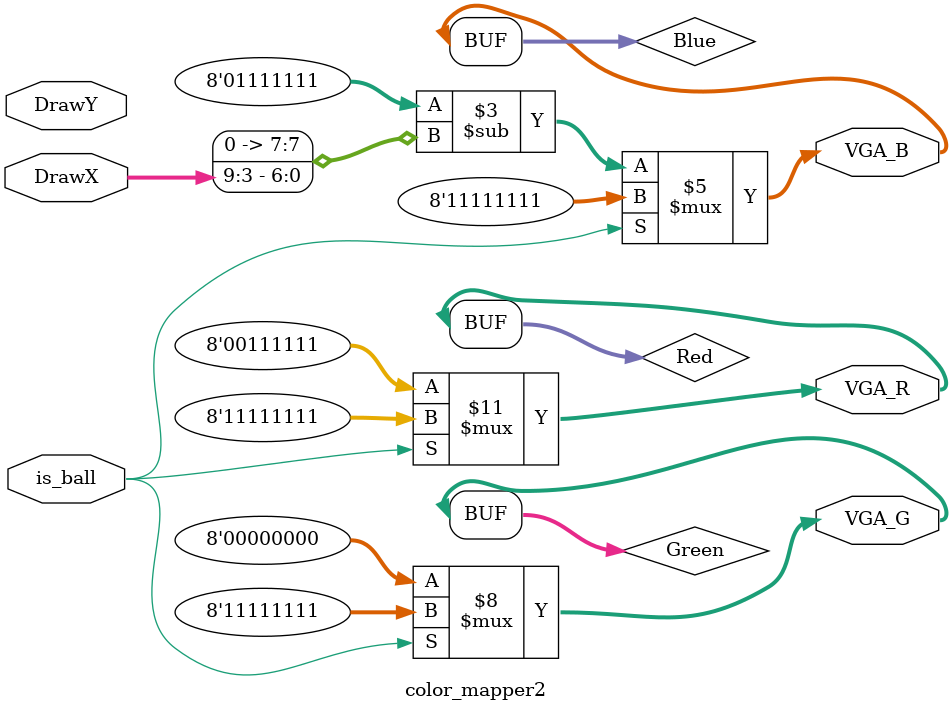
<source format=sv>

module  color_mapper2 ( input              is_ball,            // Whether current pixel belongs to ball 
                                                              //   or background (computed in ball.sv)
                       input        [9:0] DrawX, DrawY,       // Current pixel coordinates
                       output logic [7:0] VGA_R, VGA_G, VGA_B // VGA RGB output
                     );
    
    logic [7:0] Red, Green, Blue;
    
    // Output colors to VGA
    assign VGA_R = Red;
    assign VGA_G = Green;
    assign VGA_B = Blue;
    
    // Assign color based on is_ball signal
    always_comb
    begin
        if (is_ball == 1'b1) 
        begin
            // White ball
            Red = 8'hff;
            Green = 8'hff;
            Blue = 8'hff;
        end
        else 
        begin
            // Background with nice color gradient
            Red = 8'h3f; 
            Green = 8'h00;
            Blue = 8'h7f - {1'b0, DrawX[9:3]};
        end
    end 
    
endmodule

</source>
